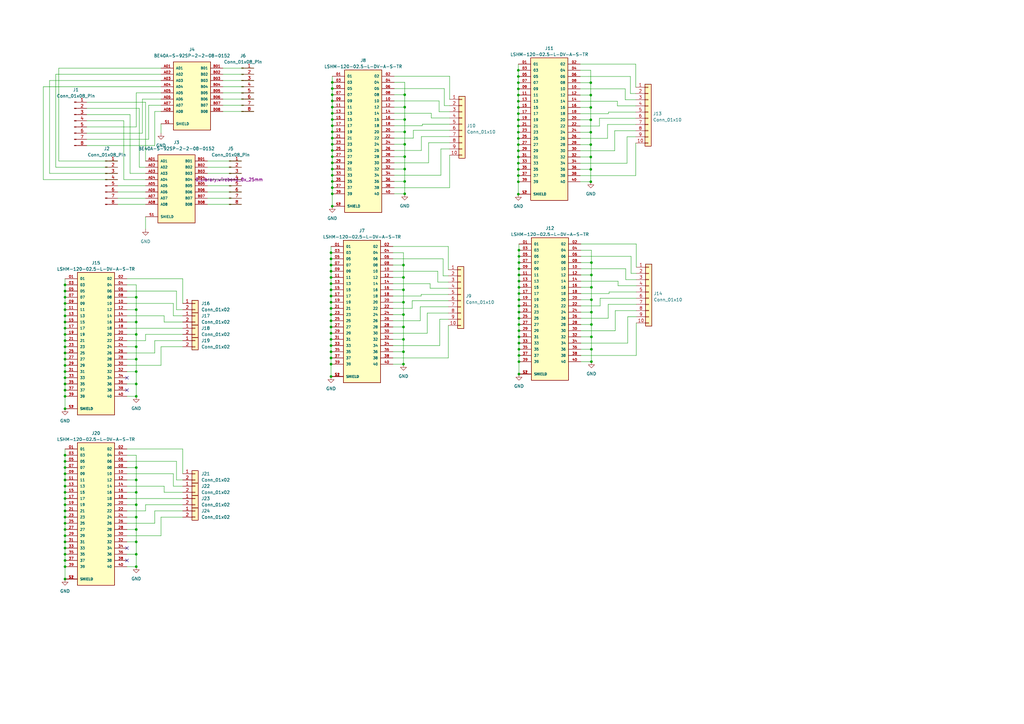
<source format=kicad_sch>
(kicad_sch (version 20230121) (generator eeschema)
  (paper "A3")
  (lib_symbols
    (symbol "0_igloo30_sym_lib:LSHM-120-02.5-L-DV-A-S-TR" (pin_names (offset 1.016))
      (property "Reference" "J" (at -7.62 28.702 0))
      (property "Value" "LSHM-120-02.5-L-DV-A-S-TR" (at -7.62 -33.02 0))
      (symbol "LSHM-120-02.5-L-DV-A-S-TR_0_0"
        (rectangle (start -7.62 -30.48) (end 7.62 27.94) (stroke (width 0.254)) (fill (type background)))
        (pin passive line (at -12.7 25.4 0) (length 5.08) (name "01") (number "01"))
        (pin passive line (at 12.7 25.4 180) (length 5.08) (name "02") (number "02"))
        (pin passive line (at -12.7 22.86 0) (length 5.08) (name "03") (number "03"))
        (pin passive line (at 12.7 22.86 180) (length 5.08) (name "04") (number "04"))
        (pin passive line (at -12.7 20.32 0) (length 5.08) (name "05") (number "05"))
        (pin passive line (at 12.7 20.32 180) (length 5.08) (name "06") (number "06"))
        (pin passive line (at -12.7 17.78 0) (length 5.08) (name "07") (number "07"))
        (pin passive line (at 12.7 17.78 180) (length 5.08) (name "08") (number "08"))
        (pin passive line (at -12.7 15.24 0) (length 5.08) (name "09") (number "09"))
        (pin passive line (at 12.7 15.24 180) (length 5.08) (name "10") (number "10"))
        (pin passive line (at -12.7 12.7 0) (length 5.08) (name "11") (number "11"))
        (pin passive line (at 12.7 12.7 180) (length 5.08) (name "12") (number "12"))
        (pin passive line (at -12.7 10.16 0) (length 5.08) (name "13") (number "13"))
        (pin passive line (at 12.7 10.16 180) (length 5.08) (name "14") (number "14"))
        (pin passive line (at -12.7 7.62 0) (length 5.08) (name "15") (number "15"))
        (pin passive line (at 12.7 7.62 180) (length 5.08) (name "16") (number "16"))
        (pin passive line (at -12.7 5.08 0) (length 5.08) (name "17") (number "17"))
        (pin passive line (at 12.7 5.08 180) (length 5.08) (name "18") (number "18"))
        (pin passive line (at -12.7 2.54 0) (length 5.08) (name "19") (number "19"))
        (pin passive line (at 12.7 2.54 180) (length 5.08) (name "20") (number "20"))
        (pin passive line (at -12.7 0 0) (length 5.08) (name "21") (number "21"))
        (pin passive line (at 12.7 0 180) (length 5.08) (name "22") (number "22"))
        (pin passive line (at -12.7 -2.54 0) (length 5.08) (name "23") (number "23"))
        (pin passive line (at 12.7 -2.54 180) (length 5.08) (name "24") (number "24"))
        (pin passive line (at -12.7 -5.08 0) (length 5.08) (name "25") (number "25"))
        (pin passive line (at 12.7 -5.08 180) (length 5.08) (name "26") (number "26"))
        (pin passive line (at -12.7 -7.62 0) (length 5.08) (name "27") (number "27"))
        (pin passive line (at 12.7 -7.62 180) (length 5.08) (name "28") (number "28"))
        (pin passive line (at -12.7 -10.16 0) (length 5.08) (name "29") (number "29"))
        (pin passive line (at 12.7 -10.16 180) (length 5.08) (name "30") (number "30"))
        (pin passive line (at -12.7 -12.7 0) (length 5.08) (name "31") (number "31"))
        (pin passive line (at 12.7 -12.7 180) (length 5.08) (name "32") (number "32"))
        (pin passive line (at -12.7 -15.24 0) (length 5.08) (name "33") (number "33"))
        (pin passive line (at 12.7 -15.24 180) (length 5.08) (name "34") (number "34"))
        (pin passive line (at -12.7 -17.78 0) (length 5.08) (name "35") (number "35"))
        (pin passive line (at 12.7 -17.78 180) (length 5.08) (name "36") (number "36"))
        (pin passive line (at -12.7 -20.32 0) (length 5.08) (name "37") (number "37"))
        (pin passive line (at 12.7 -20.32 180) (length 5.08) (name "38") (number "38"))
        (pin passive line (at -12.7 -22.86 0) (length 5.08) (name "39") (number "39"))
        (pin passive line (at 12.7 -22.86 180) (length 5.08) (name "40") (number "40"))
        (pin passive line (at -12.7 -27.94 0) (length 5.08) (name "SHIELD") (number "S1"))
        (pin passive line (at -12.7 -27.94 0) (length 5.08) (name "SHIELD") (number "S2"))
      )
    )
    (symbol "Connector:Conn_01x08_Pin" (pin_names (offset 1.016) hide)
      (property "Reference" "J" (at 0 10.16 0))
      (property "Value" "Conn_01x08_Pin" (at 0 -12.7 0))
      (symbol "Conn_01x08_Pin_1_1"
        (polyline (pts (xy 1.27 -10.16) (xy 0.8636 -10.16)) (stroke (width 0.1524)))
        (polyline (pts (xy 1.27 -7.62) (xy 0.8636 -7.62)) (stroke (width 0.1524)))
        (polyline (pts (xy 1.27 -5.08) (xy 0.8636 -5.08)) (stroke (width 0.1524)))
        (polyline (pts (xy 1.27 -2.54) (xy 0.8636 -2.54)) (stroke (width 0.1524)))
        (polyline (pts (xy 1.27 0) (xy 0.8636 0)) (stroke (width 0.1524)))
        (polyline (pts (xy 1.27 2.54) (xy 0.8636 2.54)) (stroke (width 0.1524)))
        (polyline (pts (xy 1.27 5.08) (xy 0.8636 5.08)) (stroke (width 0.1524)))
        (polyline (pts (xy 1.27 7.62) (xy 0.8636 7.62)) (stroke (width 0.1524)))
        (rectangle (start 0.8636 -10.033) (end 0 -10.287) (stroke (width 0.1524)) (fill (type outline)))
        (rectangle (start 0.8636 -7.493) (end 0 -7.747) (stroke (width 0.1524)) (fill (type outline)))
        (rectangle (start 0.8636 -4.953) (end 0 -5.207) (stroke (width 0.1524)) (fill (type outline)))
        (rectangle (start 0.8636 -2.413) (end 0 -2.667) (stroke (width 0.1524)) (fill (type outline)))
        (rectangle (start 0.8636 0.127) (end 0 -0.127) (stroke (width 0.1524)) (fill (type outline)))
        (rectangle (start 0.8636 2.667) (end 0 2.413) (stroke (width 0.1524)) (fill (type outline)))
        (rectangle (start 0.8636 5.207) (end 0 4.953) (stroke (width 0.1524)) (fill (type outline)))
        (rectangle (start 0.8636 7.747) (end 0 7.493) (stroke (width 0.1524)) (fill (type outline)))
        (pin passive line (at 5.08 7.62 180) (length 3.81) (name "Pin_1") (number "1"))
        (pin passive line (at 5.08 5.08 180) (length 3.81) (name "Pin_2") (number "2"))
        (pin passive line (at 5.08 2.54 180) (length 3.81) (name "Pin_3") (number "3"))
        (pin passive line (at 5.08 0 180) (length 3.81) (name "Pin_4") (number "4"))
        (pin passive line (at 5.08 -2.54 180) (length 3.81) (name "Pin_5") (number "5"))
        (pin passive line (at 5.08 -5.08 180) (length 3.81) (name "Pin_6") (number "6"))
        (pin passive line (at 5.08 -7.62 180) (length 3.81) (name "Pin_7") (number "7"))
        (pin passive line (at 5.08 -10.16 180) (length 3.81) (name "Pin_8") (number "8"))
      )
    )
    (symbol "Connector_Generic:Conn_01x02" (pin_names (offset 1.016) hide)
      (property "Reference" "J" (at 0 2.54 0))
      (property "Value" "Conn_01x02" (at 0 -5.08 0))
      (symbol "Conn_01x02_1_1"
        (rectangle (start -1.27 -2.413) (end 0 -2.667) (stroke (width 0.1524)))
        (rectangle (start -1.27 0.127) (end 0 -0.127) (stroke (width 0.1524)))
        (rectangle (start -1.27 1.27) (end 1.27 -3.81) (stroke (width 0.254)) (fill (type background)))
        (pin passive line (at -5.08 0 0) (length 3.81) (name "Pin_1") (number "1"))
        (pin passive line (at -5.08 -2.54 0) (length 3.81) (name "Pin_2") (number "2"))
      )
    )
    (symbol "Connector_Generic:Conn_01x10" (pin_names (offset 1.016) hide)
      (property "Reference" "J" (at 0 12.7 0))
      (property "Value" "Conn_01x10" (at 0 -15.24 0))
      (symbol "Conn_01x10_1_1"
        (rectangle (start -1.27 -12.573) (end 0 -12.827) (stroke (width 0.1524)))
        (rectangle (start -1.27 -10.033) (end 0 -10.287) (stroke (width 0.1524)))
        (rectangle (start -1.27 -7.493) (end 0 -7.747) (stroke (width 0.1524)))
        (rectangle (start -1.27 -4.953) (end 0 -5.207) (stroke (width 0.1524)))
        (rectangle (start -1.27 -2.413) (end 0 -2.667) (stroke (width 0.1524)))
        (rectangle (start -1.27 0.127) (end 0 -0.127) (stroke (width 0.1524)))
        (rectangle (start -1.27 2.667) (end 0 2.413) (stroke (width 0.1524)))
        (rectangle (start -1.27 5.207) (end 0 4.953) (stroke (width 0.1524)))
        (rectangle (start -1.27 7.747) (end 0 7.493) (stroke (width 0.1524)))
        (rectangle (start -1.27 10.287) (end 0 10.033) (stroke (width 0.1524)))
        (rectangle (start -1.27 11.43) (end 1.27 -13.97) (stroke (width 0.254)) (fill (type background)))
        (pin passive line (at -5.08 10.16 0) (length 3.81) (name "Pin_1") (number "1"))
        (pin passive line (at -5.08 -12.7 0) (length 3.81) (name "Pin_10") (number "10"))
        (pin passive line (at -5.08 7.62 0) (length 3.81) (name "Pin_2") (number "2"))
        (pin passive line (at -5.08 5.08 0) (length 3.81) (name "Pin_3") (number "3"))
        (pin passive line (at -5.08 2.54 0) (length 3.81) (name "Pin_4") (number "4"))
        (pin passive line (at -5.08 0 0) (length 3.81) (name "Pin_5") (number "5"))
        (pin passive line (at -5.08 -2.54 0) (length 3.81) (name "Pin_6") (number "6"))
        (pin passive line (at -5.08 -5.08 0) (length 3.81) (name "Pin_7") (number "7"))
        (pin passive line (at -5.08 -7.62 0) (length 3.81) (name "Pin_8") (number "8"))
        (pin passive line (at -5.08 -10.16 0) (length 3.81) (name "Pin_9") (number "9"))
      )
    )
    (symbol "power:GND" (power) (pin_names (offset 0))
      (property "Value" "GND" (at 0 -3.81 0))
      (symbol "GND_0_1"
        (polyline (pts (xy 0 0) (xy 0 -1.27) (xy 1.27 -1.27) (xy 0 -2.54) (xy -1.27 -1.27) (xy 0 -1.27)))
      )
      (symbol "GND_1_1"
        (pin power_in line (at 0 0 270) (length 0) hide (name "GND") (number "1"))
      )
    )
    (symbol "project-symbols2:BE40A-S-92SP-2-2-08-0152" (pin_names (offset 1.016))
      (property "Reference" "J" (at -7.62 13.462 0))
      (property "Value" "BE40A-S-92SP-2-2-08-0152" (at -7.62 -17.78 0))
      (symbol "BE40A-S-92SP-2-2-08-0152_0_0"
        (rectangle (start -7.62 -15.24) (end 7.62 12.7) (stroke (width 0.254)) (fill (type background)))
        (pin passive line (at -12.7 10.16 0) (length 5.08) (name "A01") (number "A01"))
        (pin passive line (at -12.7 7.62 0) (length 5.08) (name "A02") (number "A02"))
        (pin passive line (at -12.7 5.08 0) (length 5.08) (name "A03") (number "A03"))
        (pin passive line (at -12.7 2.54 0) (length 5.08) (name "A04") (number "A04"))
        (pin passive line (at -12.7 0 0) (length 5.08) (name "A05") (number "A05"))
        (pin passive line (at -12.7 -2.54 0) (length 5.08) (name "A06") (number "A06"))
        (pin passive line (at -12.7 -5.08 0) (length 5.08) (name "A07") (number "A07"))
        (pin passive line (at -12.7 -7.62 0) (length 5.08) (name "A08") (number "A08"))
        (pin passive line (at 12.7 10.16 180) (length 5.08) (name "B01") (number "B01"))
        (pin passive line (at 12.7 7.62 180) (length 5.08) (name "B02") (number "B02"))
        (pin passive line (at 12.7 5.08 180) (length 5.08) (name "B03") (number "B03"))
        (pin passive line (at 12.7 2.54 180) (length 5.08) (name "B04") (number "B04"))
        (pin passive line (at 12.7 0 180) (length 5.08) (name "B05") (number "B05"))
        (pin passive line (at 12.7 -2.54 180) (length 5.08) (name "B06") (number "B06"))
        (pin passive line (at 12.7 -5.08 180) (length 5.08) (name "B07") (number "B07"))
        (pin passive line (at 12.7 -7.62 180) (length 5.08) (name "B08") (number "B08"))
        (pin passive line (at -12.7 -12.7 0) (length 5.08) (name "SHIELD") (number "S1"))
      )
    )
  )
  (junction (at 135.763 144.272))
  (junction (at 55.88 207.01))
  (junction (at 212.598 49.149))
  (junction (at 55.88 212.09))
  (junction (at 26.67 219.71))
  (junction (at 165.481 149.352))
  (junction (at 212.852 115.316))
  (junction (at 212.852 133.096))
  (junction (at 136.271 41.402))
  (junction (at 136.271 43.942))
  (junction (at 26.67 139.7))
  (junction (at 136.271 54.102))
  (junction (at 212.598 74.549))
  (junction (at 26.67 167.64))
  (junction (at 136.271 66.802))
  (junction (at 135.763 121.412))
  (junction (at 212.852 138.176))
  (junction (at 165.481 108.712))
  (junction (at 242.57 122.936))
  (junction (at 135.763 134.112))
  (junction (at 212.852 130.556))
  (junction (at 26.67 199.39))
  (junction (at 165.989 69.342))
  (junction (at 26.67 194.31))
  (junction (at 136.271 71.882))
  (junction (at 55.88 217.17))
  (junction (at 242.316 69.469))
  (junction (at 212.598 61.849))
  (junction (at 136.271 84.582))
  (junction (at 165.481 118.872))
  (junction (at 26.67 224.79))
  (junction (at 212.852 110.236))
  (junction (at 136.271 33.782))
  (junction (at 165.989 64.262))
  (junction (at 136.271 59.182))
  (junction (at 136.271 49.022))
  (junction (at 26.67 212.09))
  (junction (at 135.763 126.492))
  (junction (at 55.88 132.08))
  (junction (at 26.67 147.32))
  (junction (at 212.598 79.629))
  (junction (at 165.989 59.182))
  (junction (at 212.598 31.369))
  (junction (at 135.763 123.952))
  (junction (at 135.763 118.872))
  (junction (at 242.316 44.069))
  (junction (at 136.271 76.962))
  (junction (at 55.88 157.48))
  (junction (at 136.271 74.422))
  (junction (at 136.271 64.262))
  (junction (at 135.763 141.732))
  (junction (at 135.763 113.792))
  (junction (at 26.67 162.56))
  (junction (at 136.271 51.562))
  (junction (at 212.598 64.389))
  (junction (at 26.67 129.54))
  (junction (at 136.271 36.322))
  (junction (at 212.852 112.776))
  (junction (at 242.316 49.149))
  (junction (at 55.88 162.56))
  (junction (at 26.67 137.16))
  (junction (at 135.763 111.252))
  (junction (at 135.763 116.332))
  (junction (at 135.763 136.652))
  (junction (at 212.598 66.929))
  (junction (at 26.67 232.41))
  (junction (at 26.67 209.55))
  (junction (at 26.67 132.08))
  (junction (at 55.88 227.33))
  (junction (at 55.88 142.24))
  (junction (at 212.852 120.396))
  (junction (at 242.57 138.176))
  (junction (at 242.57 112.776))
  (junction (at 135.763 131.572))
  (junction (at 212.598 38.989))
  (junction (at 136.271 56.642))
  (junction (at 165.481 134.112))
  (junction (at 212.852 107.696))
  (junction (at 242.57 133.096))
  (junction (at 165.989 54.102))
  (junction (at 212.598 72.009))
  (junction (at 165.989 38.862))
  (junction (at 26.67 196.85))
  (junction (at 55.88 232.41))
  (junction (at 212.598 59.309))
  (junction (at 212.852 145.796))
  (junction (at 165.481 123.952))
  (junction (at 26.67 160.02))
  (junction (at 136.271 61.722))
  (junction (at 135.763 146.812))
  (junction (at 55.88 127))
  (junction (at 165.481 113.792))
  (junction (at 212.598 46.609))
  (junction (at 55.88 137.16))
  (junction (at 136.271 69.342))
  (junction (at 26.67 229.87))
  (junction (at 55.88 222.25))
  (junction (at 242.57 107.696))
  (junction (at 212.598 44.069))
  (junction (at 212.598 28.829))
  (junction (at 26.67 237.49))
  (junction (at 135.763 103.632))
  (junction (at 26.67 154.94))
  (junction (at 55.88 191.77))
  (junction (at 136.271 38.862))
  (junction (at 26.67 134.62))
  (junction (at 242.57 117.856))
  (junction (at 212.852 117.856))
  (junction (at 26.67 142.24))
  (junction (at 26.67 201.93))
  (junction (at 212.852 135.636))
  (junction (at 136.271 46.482))
  (junction (at 212.598 33.909))
  (junction (at 165.989 43.942))
  (junction (at 212.852 153.416))
  (junction (at 212.598 56.769))
  (junction (at 26.67 227.33))
  (junction (at 26.67 127))
  (junction (at 26.67 204.47))
  (junction (at 242.57 128.016))
  (junction (at 242.316 74.549))
  (junction (at 212.852 148.336))
  (junction (at 242.316 33.909))
  (junction (at 26.67 116.84))
  (junction (at 26.67 217.17))
  (junction (at 212.852 122.936))
  (junction (at 26.67 207.01))
  (junction (at 242.316 38.989))
  (junction (at 242.316 59.309))
  (junction (at 26.67 144.78))
  (junction (at 26.67 222.25))
  (junction (at 136.271 79.502))
  (junction (at 212.598 51.689))
  (junction (at 135.763 139.192))
  (junction (at 212.852 143.256))
  (junction (at 212.852 125.476))
  (junction (at 55.88 196.85))
  (junction (at 55.88 121.92))
  (junction (at 165.989 74.422))
  (junction (at 26.67 191.77))
  (junction (at 135.763 149.352))
  (junction (at 26.67 157.48))
  (junction (at 135.763 108.712))
  (junction (at 212.852 102.616))
  (junction (at 135.763 129.032))
  (junction (at 26.67 124.46))
  (junction (at 165.989 79.502))
  (junction (at 212.598 36.449))
  (junction (at 242.57 143.256))
  (junction (at 165.481 129.032))
  (junction (at 242.57 148.336))
  (junction (at 242.316 54.229))
  (junction (at 135.763 154.432))
  (junction (at 26.67 149.86))
  (junction (at 212.598 69.469))
  (junction (at 135.763 106.172))
  (junction (at 165.989 49.022))
  (junction (at 55.88 152.4))
  (junction (at 165.481 144.272))
  (junction (at 212.598 54.229))
  (junction (at 212.852 128.016))
  (junction (at 26.67 214.63))
  (junction (at 26.67 119.38))
  (junction (at 26.67 152.4))
  (junction (at 212.852 140.716))
  (junction (at 165.481 139.192))
  (junction (at 55.88 147.32))
  (junction (at 55.88 201.93))
  (junction (at 212.852 105.156))
  (junction (at 26.67 186.69))
  (junction (at 26.67 189.23))
  (junction (at 212.598 41.529))
  (junction (at 242.316 64.389))
  (junction (at 26.67 121.92))
  (no_connect (at 52.07 229.87))
  (no_connect (at 52.07 160.02))
  (no_connect (at 52.07 224.79))
  (no_connect (at 52.07 154.94))
  (wire (pts (xy 26.67 227.33) (xy 26.67 229.87)))
  (wire (pts (xy 58.42 54.61) (xy 58.42 40.64)))
  (wire (pts (xy 48.26 71.12) (xy 20.32 71.12)))
  (wire (pts (xy 242.57 122.936) (xy 242.57 128.016)))
  (wire (pts (xy 26.67 186.69) (xy 26.67 189.23)))
  (wire (pts (xy 52.07 191.77) (xy 55.88 191.77)))
  (wire (pts (xy 52.07 127) (xy 55.88 127)))
  (wire (pts (xy 161.671 66.802) (xy 175.768 66.802)))
  (wire (pts (xy 52.07 189.23) (xy 72.39 189.23)))
  (wire (pts (xy 180.34 130.937) (xy 183.896 130.937)))
  (wire (pts (xy 55.88 207.01) (xy 55.88 212.09)))
  (wire (pts (xy 71.12 194.31) (xy 71.12 199.39)))
  (wire (pts (xy 136.271 38.862) (xy 136.271 41.402)))
  (wire (pts (xy 238.252 117.856) (xy 242.57 117.856)))
  (wire (pts (xy 212.598 59.309) (xy 212.598 61.849)))
  (wire (pts (xy 135.763 116.332) (xy 135.763 118.872)))
  (wire (pts (xy 26.67 219.71) (xy 26.67 222.25)))
  (wire (pts (xy 237.998 38.989) (xy 242.316 38.989)))
  (wire (pts (xy 238.252 122.936) (xy 242.57 122.936)))
  (wire (pts (xy 52.07 201.93) (xy 55.88 201.93)))
  (wire (pts (xy 74.93 114.3) (xy 74.93 124.46)))
  (wire (pts (xy 237.998 54.229) (xy 242.316 54.229)))
  (wire (pts (xy 212.852 143.256) (xy 212.852 145.796)))
  (wire (pts (xy 91.44 38.1) (xy 104.14 38.1)))
  (wire (pts (xy 26.67 229.87) (xy 26.67 232.41)))
  (wire (pts (xy 212.852 112.776) (xy 212.852 115.316)))
  (wire (pts (xy 91.44 45.72) (xy 104.14 45.72)))
  (wire (pts (xy 257.429 140.716) (xy 257.429 129.921)))
  (wire (pts (xy 52.07 142.24) (xy 55.88 142.24)))
  (wire (pts (xy 55.88 147.32) (xy 55.88 152.4)))
  (wire (pts (xy 26.67 119.38) (xy 26.67 121.92)))
  (wire (pts (xy 253.238 43.434) (xy 260.731 43.434)))
  (wire (pts (xy 55.88 201.93) (xy 55.88 207.01)))
  (wire (pts (xy 237.998 66.929) (xy 257.175 66.929)))
  (wire (pts (xy 85.09 68.58) (xy 99.06 68.58)))
  (wire (pts (xy 55.88 212.09) (xy 55.88 217.17)))
  (wire (pts (xy 169.037 123.317) (xy 183.896 123.317)))
  (wire (pts (xy 237.998 26.289) (xy 260.731 26.289)))
  (wire (pts (xy 257.175 66.929) (xy 257.175 56.134)))
  (wire (pts (xy 67.31 201.93) (xy 74.93 201.93)))
  (wire (pts (xy 242.316 28.829) (xy 242.316 33.909)))
  (wire (pts (xy 52.07 121.92) (xy 55.88 121.92)))
  (wire (pts (xy 24.13 66.04) (xy 48.26 66.04)))
  (wire (pts (xy 179.578 111.252) (xy 179.578 115.697)))
  (wire (pts (xy 181.737 113.157) (xy 183.896 113.157)))
  (wire (pts (xy 258.826 112.141) (xy 260.985 112.141)))
  (wire (pts (xy 161.671 64.262) (xy 165.989 64.262)))
  (wire (pts (xy 161.163 141.732) (xy 180.34 141.732)))
  (wire (pts (xy 249.428 130.556) (xy 249.428 124.841)))
  (wire (pts (xy 249.555 45.974) (xy 260.731 45.974)))
  (wire (pts (xy 212.598 33.909) (xy 212.598 36.449)))
  (wire (pts (xy 238.252 100.076) (xy 260.985 100.076)))
  (wire (pts (xy 260.731 72.009) (xy 260.731 58.674)))
  (wire (pts (xy 161.671 36.322) (xy 182.245 36.322)))
  (wire (pts (xy 52.07 137.16) (xy 55.88 137.16)))
  (wire (pts (xy 48.26 78.74) (xy 59.69 78.74)))
  (wire (pts (xy 165.989 79.502) (xy 161.671 79.502)))
  (wire (pts (xy 136.271 46.482) (xy 136.271 49.022)))
  (wire (pts (xy 26.67 154.94) (xy 26.67 157.48)))
  (wire (pts (xy 256.413 36.449) (xy 256.413 40.894)))
  (wire (pts (xy 26.67 114.3) (xy 26.67 116.84)))
  (wire (pts (xy 52.07 119.38) (xy 72.39 119.38)))
  (wire (pts (xy 161.671 31.242) (xy 184.404 31.242)))
  (wire (pts (xy 253.492 115.316) (xy 253.492 117.221)))
  (wire (pts (xy 212.598 44.069) (xy 212.598 46.609)))
  (wire (pts (xy 212.852 128.016) (xy 212.852 130.556)))
  (wire (pts (xy 66.04 38.1) (xy 55.88 38.1)))
  (wire (pts (xy 52.07 227.33) (xy 55.88 227.33)))
  (wire (pts (xy 161.163 146.812) (xy 183.896 146.812)))
  (wire (pts (xy 238.252 143.256) (xy 242.57 143.256)))
  (wire (pts (xy 55.88 52.07) (xy 35.56 52.07)))
  (wire (pts (xy 48.26 83.82) (xy 59.69 83.82)))
  (wire (pts (xy 252.349 135.636) (xy 252.349 127.381)))
  (wire (pts (xy 26.67 207.01) (xy 26.67 209.55)))
  (wire (pts (xy 238.252 133.096) (xy 242.57 133.096)))
  (wire (pts (xy 136.271 66.802) (xy 136.271 69.342)))
  (wire (pts (xy 66.04 27.94) (xy 24.13 27.94)))
  (wire (pts (xy 212.598 56.769) (xy 212.598 59.309)))
  (wire (pts (xy 60.96 57.15) (xy 35.56 57.15)))
  (wire (pts (xy 161.163 126.492) (xy 169.037 126.492)))
  (wire (pts (xy 161.671 71.882) (xy 180.848 71.882)))
  (wire (pts (xy 55.88 127) (xy 55.88 132.08)))
  (wire (pts (xy 237.998 49.149) (xy 242.316 49.149)))
  (wire (pts (xy 67.31 129.54) (xy 67.31 132.08)))
  (wire (pts (xy 74.93 184.15) (xy 74.93 194.31)))
  (wire (pts (xy 249.174 51.054) (xy 260.731 51.054)))
  (wire (pts (xy 55.88 157.48) (xy 55.88 162.56)))
  (wire (pts (xy 182.245 43.307) (xy 184.404 43.307)))
  (wire (pts (xy 256.667 114.681) (xy 260.985 114.681)))
  (wire (pts (xy 52.07 212.09) (xy 55.88 212.09)))
  (wire (pts (xy 173.228 51.562) (xy 173.228 50.927)))
  (wire (pts (xy 161.671 69.342) (xy 165.989 69.342)))
  (wire (pts (xy 165.481 144.272) (xy 165.481 149.352)))
  (wire (pts (xy 252.095 53.594) (xy 260.731 53.594)))
  (wire (pts (xy 135.763 136.652) (xy 135.763 139.192)))
  (wire (pts (xy 59.69 71.12) (xy 53.34 71.12)))
  (wire (pts (xy 246.126 125.476) (xy 246.126 122.301)))
  (wire (pts (xy 161.163 139.192) (xy 165.481 139.192)))
  (wire (pts (xy 52.07 194.31) (xy 71.12 194.31)))
  (wire (pts (xy 165.989 49.022) (xy 165.989 54.102)))
  (wire (pts (xy 165.481 129.032) (xy 165.481 134.112)))
  (wire (pts (xy 52.07 157.48) (xy 55.88 157.48)))
  (wire (pts (xy 161.671 76.962) (xy 184.404 76.962)))
  (wire (pts (xy 161.163 101.092) (xy 183.896 101.092)))
  (wire (pts (xy 161.163 129.032) (xy 165.481 129.032)))
  (wire (pts (xy 35.56 54.61) (xy 58.42 54.61)))
  (wire (pts (xy 237.998 41.529) (xy 253.238 41.529)))
  (wire (pts (xy 17.78 73.66) (xy 17.78 35.56)))
  (wire (pts (xy 48.26 76.2) (xy 59.69 76.2)))
  (wire (pts (xy 212.598 28.829) (xy 212.598 31.369)))
  (wire (pts (xy 161.671 46.482) (xy 176.911 46.482)))
  (wire (pts (xy 165.989 59.182) (xy 165.989 64.262)))
  (wire (pts (xy 212.852 117.856) (xy 212.852 120.396)))
  (wire (pts (xy 66.04 212.09) (xy 74.93 212.09)))
  (wire (pts (xy 176.911 48.387) (xy 184.404 48.387)))
  (wire (pts (xy 165.481 113.792) (xy 165.481 118.872)))
  (wire (pts (xy 85.09 78.74) (xy 99.06 78.74)))
  (wire (pts (xy 136.271 33.782) (xy 136.271 36.322)))
  (wire (pts (xy 91.44 43.18) (xy 104.14 43.18)))
  (wire (pts (xy 52.07 129.54) (xy 67.31 129.54)))
  (wire (pts (xy 212.598 64.389) (xy 212.598 66.929)))
  (wire (pts (xy 238.252 140.716) (xy 257.429 140.716)))
  (wire (pts (xy 161.163 116.332) (xy 176.403 116.332)))
  (wire (pts (xy 212.598 49.149) (xy 212.598 51.689)))
  (wire (pts (xy 85.09 76.2) (xy 99.06 76.2)))
  (wire (pts (xy 165.481 103.632) (xy 165.481 108.712)))
  (wire (pts (xy 242.57 117.856) (xy 242.57 122.936)))
  (wire (pts (xy 161.671 41.402) (xy 180.086 41.402)))
  (wire (pts (xy 212.852 105.156) (xy 212.852 107.696)))
  (wire (pts (xy 48.26 81.28) (xy 59.69 81.28)))
  (wire (pts (xy 135.763 113.792) (xy 135.763 116.332)))
  (wire (pts (xy 249.555 46.609) (xy 249.555 45.974)))
  (wire (pts (xy 161.671 61.722) (xy 172.847 61.722)))
  (wire (pts (xy 59.69 207.01) (xy 74.93 207.01)))
  (wire (pts (xy 175.768 58.547) (xy 184.404 58.547)))
  (wire (pts (xy 212.852 133.096) (xy 212.852 135.636)))
  (wire (pts (xy 252.349 127.381) (xy 260.985 127.381)))
  (wire (pts (xy 55.88 232.41) (xy 52.07 232.41)))
  (wire (pts (xy 237.998 72.009) (xy 260.731 72.009)))
  (wire (pts (xy 63.5 59.69) (xy 63.5 45.72)))
  (wire (pts (xy 136.271 41.402) (xy 136.271 43.942)))
  (wire (pts (xy 260.985 100.076) (xy 260.985 109.601)))
  (wire (pts (xy 136.271 61.722) (xy 136.271 64.262)))
  (wire (pts (xy 212.598 38.989) (xy 212.598 41.529)))
  (wire (pts (xy 212.598 46.609) (xy 212.598 49.149)))
  (wire (pts (xy 26.67 157.48) (xy 26.67 160.02)))
  (wire (pts (xy 26.67 222.25) (xy 26.67 224.79)))
  (wire (pts (xy 249.174 56.769) (xy 249.174 51.054)))
  (wire (pts (xy 242.57 143.256) (xy 242.57 148.336)))
  (wire (pts (xy 55.88 116.84) (xy 55.88 121.92)))
  (wire (pts (xy 161.163 131.572) (xy 172.339 131.572)))
  (wire (pts (xy 66.04 43.18) (xy 60.96 43.18)))
  (wire (pts (xy 55.88 191.77) (xy 55.88 196.85)))
  (wire (pts (xy 52.07 114.3) (xy 74.93 114.3)))
  (wire (pts (xy 161.671 51.562) (xy 173.228 51.562)))
  (wire (pts (xy 172.339 125.857) (xy 183.896 125.857)))
  (wire (pts (xy 258.572 31.369) (xy 258.572 38.354)))
  (wire (pts (xy 55.88 186.69) (xy 55.88 191.77)))
  (wire (pts (xy 72.39 196.85) (xy 74.93 196.85)))
  (wire (pts (xy 176.911 46.482) (xy 176.911 48.387)))
  (wire (pts (xy 136.271 56.642) (xy 136.271 59.182)))
  (wire (pts (xy 212.852 145.796) (xy 212.852 148.336)))
  (wire (pts (xy 161.671 59.182) (xy 165.989 59.182)))
  (wire (pts (xy 52.07 144.78) (xy 63.5 144.78)))
  (wire (pts (xy 212.852 100.076) (xy 212.852 102.616)))
  (wire (pts (xy 237.998 44.069) (xy 242.316 44.069)))
  (wire (pts (xy 165.481 134.112) (xy 165.481 139.192)))
  (wire (pts (xy 53.34 71.12) (xy 53.34 46.99)))
  (wire (pts (xy 52.07 217.17) (xy 55.88 217.17)))
  (wire (pts (xy 212.852 115.316) (xy 212.852 117.856)))
  (wire (pts (xy 237.998 51.689) (xy 245.872 51.689)))
  (wire (pts (xy 161.671 74.422) (xy 165.989 74.422)))
  (wire (pts (xy 238.252 145.796) (xy 260.985 145.796)))
  (wire (pts (xy 85.09 83.82) (xy 99.06 83.82)))
  (wire (pts (xy 136.271 54.102) (xy 136.271 56.642)))
  (wire (pts (xy 242.57 112.776) (xy 242.57 117.856)))
  (wire (pts (xy 67.31 132.08) (xy 74.93 132.08)))
  (wire (pts (xy 50.8 73.66) (xy 50.8 49.53)))
  (wire (pts (xy 172.72 121.412) (xy 172.72 120.777)))
  (wire (pts (xy 52.07 196.85) (xy 55.88 196.85)))
  (wire (pts (xy 242.57 148.336) (xy 238.252 148.336)))
  (wire (pts (xy 136.271 64.262) (xy 136.271 66.802)))
  (wire (pts (xy 179.578 115.697) (xy 183.896 115.697)))
  (wire (pts (xy 55.88 196.85) (xy 55.88 201.93)))
  (wire (pts (xy 135.763 121.412) (xy 135.763 123.952)))
  (wire (pts (xy 67.31 199.39) (xy 67.31 201.93)))
  (wire (pts (xy 66.04 149.86) (xy 66.04 142.24)))
  (wire (pts (xy 165.989 69.342) (xy 165.989 74.422)))
  (wire (pts (xy 161.163 103.632) (xy 165.481 103.632)))
  (wire (pts (xy 135.763 111.252) (xy 135.763 113.792)))
  (wire (pts (xy 212.598 51.689) (xy 212.598 54.229)))
  (wire (pts (xy 52.07 214.63) (xy 63.5 214.63)))
  (wire (pts (xy 237.998 31.369) (xy 258.572 31.369)))
  (wire (pts (xy 161.671 56.642) (xy 169.545 56.642)))
  (wire (pts (xy 26.67 201.93) (xy 26.67 204.47)))
  (wire (pts (xy 52.07 149.86) (xy 66.04 149.86)))
  (wire (pts (xy 136.271 36.322) (xy 136.271 38.862)))
  (wire (pts (xy 63.5 139.7) (xy 74.93 139.7)))
  (wire (pts (xy 52.07 124.46) (xy 71.12 124.46)))
  (wire (pts (xy 161.163 111.252) (xy 179.578 111.252)))
  (wire (pts (xy 136.271 71.882) (xy 136.271 74.422)))
  (wire (pts (xy 66.04 142.24) (xy 74.93 142.24)))
  (wire (pts (xy 212.598 54.229) (xy 212.598 56.769)))
  (wire (pts (xy 180.34 141.732) (xy 180.34 130.937)))
  (wire (pts (xy 242.316 64.389) (xy 242.316 69.469)))
  (wire (pts (xy 169.037 126.492) (xy 169.037 123.317)))
  (wire (pts (xy 237.998 28.829) (xy 242.316 28.829)))
  (wire (pts (xy 245.872 48.514) (xy 260.731 48.514)))
  (wire (pts (xy 165.481 139.192) (xy 165.481 144.272)))
  (wire (pts (xy 55.88 38.1) (xy 55.88 52.07)))
  (wire (pts (xy 59.69 88.9) (xy 59.69 93.98)))
  (wire (pts (xy 161.163 108.712) (xy 165.481 108.712)))
  (wire (pts (xy 136.271 51.562) (xy 136.271 54.102)))
  (wire (pts (xy 60.96 43.18) (xy 60.96 57.15)))
  (wire (pts (xy 136.271 69.342) (xy 136.271 71.882)))
  (wire (pts (xy 212.598 74.549) (xy 212.598 79.629)))
  (wire (pts (xy 212.852 135.636) (xy 212.852 138.176)))
  (wire (pts (xy 183.896 101.092) (xy 183.896 110.617)))
  (wire (pts (xy 59.69 41.91) (xy 35.56 41.91)))
  (wire (pts (xy 136.271 74.422) (xy 136.271 76.962)))
  (wire (pts (xy 135.763 108.712) (xy 135.763 111.252)))
  (wire (pts (xy 260.985 145.796) (xy 260.985 132.461)))
  (wire (pts (xy 52.07 152.4) (xy 55.88 152.4)))
  (wire (pts (xy 91.44 35.56) (xy 104.14 35.56)))
  (wire (pts (xy 212.598 66.929) (xy 212.598 69.469)))
  (wire (pts (xy 249.428 124.841) (xy 260.985 124.841)))
  (wire (pts (xy 20.32 71.12) (xy 20.32 33.02)))
  (wire (pts (xy 182.245 36.322) (xy 182.245 43.307)))
  (wire (pts (xy 176.403 118.237) (xy 183.896 118.237)))
  (wire (pts (xy 59.69 137.16) (xy 74.93 137.16)))
  (wire (pts (xy 26.67 217.17) (xy 26.67 219.71)))
  (wire (pts (xy 238.252 130.556) (xy 249.428 130.556)))
  (wire (pts (xy 26.67 191.77) (xy 26.67 194.31)))
  (wire (pts (xy 161.163 106.172) (xy 181.737 106.172)))
  (wire (pts (xy 242.316 69.469) (xy 242.316 74.549)))
  (wire (pts (xy 52.07 184.15) (xy 74.93 184.15)))
  (wire (pts (xy 26.67 134.62) (xy 26.67 137.16)))
  (wire (pts (xy 26.67 189.23) (xy 26.67 191.77)))
  (wire (pts (xy 165.989 33.782) (xy 165.989 38.862)))
  (wire (pts (xy 242.316 49.149) (xy 242.316 54.229)))
  (wire (pts (xy 26.67 139.7) (xy 26.67 142.24)))
  (wire (pts (xy 136.271 59.182) (xy 136.271 61.722)))
  (wire (pts (xy 212.852 140.716) (xy 212.852 143.256)))
  (wire (pts (xy 212.598 36.449) (xy 212.598 38.989)))
  (wire (pts (xy 237.998 64.389) (xy 242.316 64.389)))
  (wire (pts (xy 161.163 113.792) (xy 165.481 113.792)))
  (wire (pts (xy 71.12 129.54) (xy 74.93 129.54)))
  (wire (pts (xy 257.175 56.134) (xy 260.731 56.134)))
  (wire (pts (xy 238.252 107.696) (xy 242.57 107.696)))
  (wire (pts (xy 91.44 27.94) (xy 104.14 27.94)))
  (wire (pts (xy 52.07 204.47) (xy 74.93 204.47)))
  (wire (pts (xy 212.852 122.936) (xy 212.852 125.476)))
  (wire (pts (xy 252.095 61.849) (xy 252.095 53.594)))
  (wire (pts (xy 26.67 224.79) (xy 26.67 227.33)))
  (wire (pts (xy 212.852 148.336) (xy 212.852 153.416)))
  (wire (pts (xy 26.67 199.39) (xy 26.67 201.93)))
  (wire (pts (xy 172.847 56.007) (xy 184.404 56.007)))
  (wire (pts (xy 253.238 41.529) (xy 253.238 43.434)))
  (wire (pts (xy 181.737 106.172) (xy 181.737 113.157)))
  (wire (pts (xy 22.86 30.48) (xy 66.04 30.48)))
  (wire (pts (xy 135.763 141.732) (xy 135.763 144.272)))
  (wire (pts (xy 85.09 73.66) (xy 99.06 73.66)))
  (wire (pts (xy 257.429 129.921) (xy 260.985 129.921)))
  (wire (pts (xy 136.271 43.942) (xy 136.271 46.482)))
  (wire (pts (xy 57.15 44.45) (xy 35.56 44.45)))
  (wire (pts (xy 237.998 69.469) (xy 242.316 69.469)))
  (wire (pts (xy 135.763 144.272) (xy 135.763 146.812)))
  (wire (pts (xy 180.086 45.847) (xy 184.404 45.847)))
  (wire (pts (xy 212.852 120.396) (xy 212.852 122.936)))
  (wire (pts (xy 242.316 74.549) (xy 237.998 74.549)))
  (wire (pts (xy 55.88 222.25) (xy 55.88 227.33)))
  (wire (pts (xy 59.69 209.55) (xy 59.69 207.01)))
  (wire (pts (xy 26.67 144.78) (xy 26.67 147.32)))
  (wire (pts (xy 26.67 127) (xy 26.67 129.54)))
  (wire (pts (xy 72.39 119.38) (xy 72.39 127)))
  (wire (pts (xy 242.57 138.176) (xy 242.57 143.256)))
  (wire (pts (xy 165.481 118.872) (xy 165.481 123.952)))
  (wire (pts (xy 136.271 79.502) (xy 136.271 84.582)))
  (wire (pts (xy 63.5 144.78) (xy 63.5 139.7)))
  (wire (pts (xy 26.67 121.92) (xy 26.67 124.46)))
  (wire (pts (xy 135.763 134.112) (xy 135.763 136.652)))
  (wire (pts (xy 238.252 115.316) (xy 253.492 115.316)))
  (wire (pts (xy 172.72 120.777) (xy 183.896 120.777)))
  (wire (pts (xy 85.09 66.04) (xy 99.06 66.04)))
  (wire (pts (xy 175.768 66.802) (xy 175.768 58.547)))
  (wire (pts (xy 66.04 219.71) (xy 66.04 212.09)))
  (wire (pts (xy 212.598 26.289) (xy 212.598 28.829)))
  (wire (pts (xy 135.763 146.812) (xy 135.763 149.352)))
  (wire (pts (xy 165.989 54.102) (xy 165.989 59.182)))
  (wire (pts (xy 59.69 66.04) (xy 59.69 41.91)))
  (wire (pts (xy 212.852 107.696) (xy 212.852 110.236)))
  (wire (pts (xy 55.88 152.4) (xy 55.88 157.48)))
  (wire (pts (xy 35.56 59.69) (xy 63.5 59.69)))
  (wire (pts (xy 176.403 116.332) (xy 176.403 118.237)))
  (wire (pts (xy 169.545 53.467) (xy 184.404 53.467)))
  (wire (pts (xy 237.998 33.909) (xy 242.316 33.909)))
  (wire (pts (xy 26.67 184.15) (xy 26.67 186.69)))
  (wire (pts (xy 242.316 38.989) (xy 242.316 44.069)))
  (wire (pts (xy 136.271 31.242) (xy 136.271 33.782)))
  (wire (pts (xy 24.13 27.94) (xy 24.13 66.04)))
  (wire (pts (xy 135.763 149.352) (xy 135.763 154.432)))
  (wire (pts (xy 52.07 199.39) (xy 67.31 199.39)))
  (wire (pts (xy 26.67 147.32) (xy 26.67 149.86)))
  (wire (pts (xy 26.67 149.86) (xy 26.67 152.4)))
  (wire (pts (xy 180.086 41.402) (xy 180.086 45.847)))
  (wire (pts (xy 71.12 199.39) (xy 74.93 199.39)))
  (wire (pts (xy 165.481 123.952) (xy 165.481 129.032)))
  (wire (pts (xy 26.67 124.46) (xy 26.67 127)))
  (wire (pts (xy 135.763 131.572) (xy 135.763 134.112)))
  (wire (pts (xy 212.598 31.369) (xy 212.598 33.909)))
  (wire (pts (xy 72.39 189.23) (xy 72.39 196.85)))
  (wire (pts (xy 237.998 56.769) (xy 249.174 56.769)))
  (wire (pts (xy 72.39 127) (xy 74.93 127)))
  (wire (pts (xy 242.316 54.229) (xy 242.316 59.309)))
  (wire (pts (xy 85.09 71.12) (xy 99.06 71.12)))
  (wire (pts (xy 237.998 36.449) (xy 256.413 36.449)))
  (wire (pts (xy 238.252 135.636) (xy 252.349 135.636)))
  (wire (pts (xy 175.26 136.652) (xy 175.26 128.397)))
  (wire (pts (xy 242.316 44.069) (xy 242.316 49.149)))
  (wire (pts (xy 135.763 106.172) (xy 135.763 108.712)))
  (wire (pts (xy 59.69 139.7) (xy 59.69 137.16)))
  (wire (pts (xy 175.26 128.397) (xy 183.896 128.397)))
  (wire (pts (xy 180.848 71.882) (xy 180.848 61.087)))
  (wire (pts (xy 237.998 61.849) (xy 252.095 61.849)))
  (wire (pts (xy 52.07 139.7) (xy 59.69 139.7)))
  (wire (pts (xy 52.07 147.32) (xy 55.88 147.32)))
  (wire (pts (xy 63.5 45.72) (xy 66.04 45.72)))
  (wire (pts (xy 242.57 107.696) (xy 242.57 112.776)))
  (wire (pts (xy 172.847 61.722) (xy 172.847 56.007)))
  (wire (pts (xy 212.852 110.236) (xy 212.852 112.776)))
  (wire (pts (xy 26.67 160.02) (xy 26.67 162.56)))
  (wire (pts (xy 161.163 121.412) (xy 172.72 121.412)))
  (wire (pts (xy 161.671 43.942) (xy 165.989 43.942)))
  (wire (pts (xy 238.252 105.156) (xy 258.826 105.156)))
  (wire (pts (xy 52.07 207.01) (xy 55.88 207.01)))
  (wire (pts (xy 161.163 123.952) (xy 165.481 123.952)))
  (wire (pts (xy 63.5 214.63) (xy 63.5 209.55)))
  (wire (pts (xy 165.989 43.942) (xy 165.989 49.022)))
  (wire (pts (xy 212.852 125.476) (xy 212.852 128.016)))
  (wire (pts (xy 52.07 209.55) (xy 59.69 209.55)))
  (wire (pts (xy 212.852 130.556) (xy 212.852 133.096)))
  (wire (pts (xy 55.88 132.08) (xy 55.88 137.16)))
  (wire (pts (xy 238.252 120.396) (xy 249.809 120.396)))
  (wire (pts (xy 55.88 142.24) (xy 55.88 147.32)))
  (wire (pts (xy 183.896 146.812) (xy 183.896 133.477)))
  (wire (pts (xy 161.163 136.652) (xy 175.26 136.652)))
  (wire (pts (xy 55.88 217.17) (xy 55.88 222.25)))
  (wire (pts (xy 169.545 56.642) (xy 169.545 53.467)))
  (wire (pts (xy 237.998 59.309) (xy 242.316 59.309)))
  (wire (pts (xy 59.69 68.58) (xy 57.15 68.58)))
  (wire (pts (xy 212.598 61.849) (xy 212.598 64.389)))
  (wire (pts (xy 91.44 33.02) (xy 104.14 33.02)))
  (wire (pts (xy 165.989 64.262) (xy 165.989 69.342)))
  (wire (pts (xy 238.252 128.016) (xy 242.57 128.016)))
  (wire (pts (xy 26.67 232.41) (xy 26.67 237.49)))
  (wire (pts (xy 184.404 31.242) (xy 184.404 40.767)))
  (wire (pts (xy 135.763 101.092) (xy 135.763 103.632)))
  (wire (pts (xy 212.852 102.616) (xy 212.852 105.156)))
  (wire (pts (xy 242.57 128.016) (xy 242.57 133.096)))
  (wire (pts (xy 238.252 102.616) (xy 242.57 102.616)))
  (wire (pts (xy 161.671 33.782) (xy 165.989 33.782)))
  (wire (pts (xy 238.252 112.776) (xy 242.57 112.776)))
  (wire (pts (xy 172.339 131.572) (xy 172.339 125.857)))
  (wire (pts (xy 26.67 132.08) (xy 26.67 134.62)))
  (wire (pts (xy 53.34 46.99) (xy 35.56 46.99)))
  (wire (pts (xy 55.88 162.56) (xy 52.07 162.56)))
  (wire (pts (xy 165.481 108.712) (xy 165.481 113.792)))
  (wire (pts (xy 249.809 120.396) (xy 249.809 119.761)))
  (wire (pts (xy 26.67 212.09) (xy 26.67 214.63)))
  (wire (pts (xy 165.989 38.862) (xy 165.989 43.942)))
  (wire (pts (xy 245.872 51.689) (xy 245.872 48.514)))
  (wire (pts (xy 256.667 110.236) (xy 256.667 114.681)))
  (wire (pts (xy 55.88 227.33) (xy 55.88 232.41)))
  (wire (pts (xy 85.09 81.28) (xy 99.06 81.28)))
  (wire (pts (xy 242.57 102.616) (xy 242.57 107.696)))
  (wire (pts (xy 135.763 118.872) (xy 135.763 121.412)))
  (wire (pts (xy 50.8 49.53) (xy 35.56 49.53)))
  (wire (pts (xy 59.69 73.66) (xy 50.8 73.66)))
  (wire (pts (xy 242.316 59.309) (xy 242.316 64.389)))
  (wire (pts (xy 26.67 162.56) (xy 26.67 167.64)))
  (wire (pts (xy 242.316 33.909) (xy 242.316 38.989)))
  (wire (pts (xy 161.163 144.272) (xy 165.481 144.272)))
  (wire (pts (xy 26.67 204.47) (xy 26.67 207.01)))
  (wire (pts (xy 161.671 38.862) (xy 165.989 38.862)))
  (wire (pts (xy 91.44 40.64) (xy 104.14 40.64)))
  (wire (pts (xy 136.271 76.962) (xy 136.271 79.502)))
  (wire (pts (xy 52.07 219.71) (xy 66.04 219.71)))
  (wire (pts (xy 161.671 49.022) (xy 165.989 49.022)))
  (wire (pts (xy 238.252 110.236) (xy 256.667 110.236)))
  (wire (pts (xy 212.852 138.176) (xy 212.852 140.716)))
  (wire (pts (xy 91.44 30.48) (xy 104.14 30.48)))
  (wire (pts (xy 238.252 125.476) (xy 246.126 125.476)))
  (wire (pts (xy 135.763 126.492) (xy 135.763 129.032)))
  (wire (pts (xy 52.07 132.08) (xy 55.88 132.08)))
  (wire (pts (xy 26.67 194.31) (xy 26.67 196.85)))
  (wire (pts (xy 63.5 209.55) (xy 74.93 209.55)))
  (wire (pts (xy 242.57 133.096) (xy 242.57 138.176)))
  (wire (pts (xy 26.67 152.4) (xy 26.67 154.94)))
  (wire (pts (xy 212.598 69.469) (xy 212.598 72.009)))
  (wire (pts (xy 26.67 129.54) (xy 26.67 132.08)))
  (wire (pts (xy 237.998 46.609) (xy 249.555 46.609)))
  (wire (pts (xy 26.67 116.84) (xy 26.67 119.38)))
  (wire (pts (xy 258.826 105.156) (xy 258.826 112.141)))
  (wire (pts (xy 165.481 149.352) (xy 161.163 149.352)))
  (wire (pts (xy 71.12 124.46) (xy 71.12 129.54)))
  (wire (pts (xy 135.763 139.192) (xy 135.763 141.732)))
  (wire (pts (xy 26.67 209.55) (xy 26.67 212.09)))
  (wire (pts (xy 55.88 137.16) (xy 55.88 142.24)))
  (wire (pts (xy 26.67 142.24) (xy 26.67 144.78)))
  (wire (pts (xy 57.15 68.58) (xy 57.15 44.45)))
  (wire (pts (xy 238.252 138.176) (xy 242.57 138.176)))
  (wire (pts (xy 52.07 222.25) (xy 55.88 222.25)))
  (wire (pts (xy 26.67 196.85) (xy 26.67 199.39)))
  (wire (pts (xy 184.404 76.962) (xy 184.404 63.627)))
  (wire (pts (xy 256.413 40.894) (xy 260.731 40.894)))
  (wire (pts (xy 260.731 26.289) (xy 260.731 35.814)))
  (wire (pts (xy 161.163 118.872) (xy 165.481 118.872)))
  (wire (pts (xy 52.07 134.62) (xy 74.93 134.62)))
  (wire (pts (xy 173.228 50.927) (xy 184.404 50.927)))
  (wire (pts (xy 253.492 117.221) (xy 260.985 117.221)))
  (wire (pts (xy 55.88 121.92) (xy 55.88 127)))
  (wire (pts (xy 135.763 123.952) (xy 135.763 126.492)))
  (wire (pts (xy 258.572 38.354) (xy 260.731 38.354)))
  (wire (pts (xy 161.163 134.112) (xy 165.481 134.112)))
  (wire (pts (xy 135.763 129.032) (xy 135.763 131.572)))
  (wire (pts (xy 17.78 35.56) (xy 66.04 35.56)))
  (wire (pts (xy 180.848 61.087) (xy 184.404 61.087)))
  (wire (pts (xy 249.809 119.761) (xy 260.985 119.761)))
  (wire (pts (xy 26.67 214.63) (xy 26.67 217.17)))
  (wire (pts (xy 246.126 122.301) (xy 260.985 122.301)))
  (wire (pts (xy 20.32 33.02) (xy 66.04 33.02)))
  (wire (pts (xy 48.26 73.66) (xy 17.78 73.66)))
  (wire (pts (xy 48.26 68.58) (xy 22.86 68.58)))
  (wire (pts (xy 135.763 103.632) (xy 135.763 106.172)))
  (wire (pts (xy 165.989 74.422) (xy 165.989 79.502)))
  (wire (pts (xy 58.42 40.64) (xy 66.04 40.64)))
  (wire (pts (xy 212.598 41.529) (xy 212.598 44.069)))
  (wire (pts (xy 52.07 116.84) (xy 55.88 116.84)))
  (wire (pts (xy 212.598 72.009) (xy 212.598 74.549)))
  (wire (pts (xy 136.271 49.022) (xy 136.271 51.562)))
  (wire (pts (xy 52.07 186.69) (xy 55.88 186.69)))
  (wire (pts (xy 161.671 54.102) (xy 165.989 54.102)))
  (wire (pts (xy 22.86 68.58) (xy 22.86 30.48)))
  (wire (pts (xy 26.67 137.16) (xy 26.67 139.7)))
  (wire (pts (xy 66.04 50.8) (xy 66.04 54.61)))
  (symbol (lib_id "Connector_Generic:Conn_01x02") (at 80.01 204.47 0) (unit 1)
    (property "Reference" "J23" (at 82.55 204.47 0) (effects (justify left)))
    (property "Value" "Conn_01x02" (at 82.55 207.01 0) (effects (justify left)))
    (property "Footprint" "0_Library:wirebond_2x_500um" (effects hide))
  )
  (symbol (lib_id "power:GND") (at 135.763 154.432 0) (unit 1)
    (property "Reference" "#PWR03" (effects hide))
    (property "Value" "GND" (at 135.763 159.385 0))
  )
  (symbol (lib_id "Connector_Generic:Conn_01x10") (at 266.065 119.761 0) (unit 1)
    (property "Reference" "J14" (at 268.097 120.396 0) (effects (justify left)))
    (property "Value" "Conn_01x10" (at 268.097 122.936 0) (effects (justify left)))
    (property "Footprint" "0_Library:wirebond_10x_1cm" (effects hide))
  )
  (symbol (lib_id "power:GND") (at 136.271 84.582 0) (unit 1)
    (property "Reference" "#PWR04" (effects hide))
    (property "Value" "GND" (at 136.271 89.535 0))
  )
  (symbol (lib_id "Connector_Generic:Conn_01x10") (at 189.484 50.927 0) (unit 1)
    (property "Reference" "J10" (at 191.516 51.562 0) (effects (justify left)))
    (property "Value" "Conn_01x10" (at 191.516 54.102 0) (effects (justify left)))
    (property "Footprint" "0_Library:wirebond_10x_1cm" (effects hide))
  )
  (symbol (lib_id "power:GND") (at 59.69 93.98 0) (unit 1)
    (property "Reference" "#PWR01" (effects hide))
    (property "Value" "GND" (at 59.69 99.06 0))
  )
  (symbol (lib_id "Connector:Conn_01x08_Pin") (at 93.98 73.66 0) (unit 1)
    (property "Reference" "J5" (at 94.615 60.96 0))
    (property "Value" "Conn_01x08_Pin" (at 94.615 63.5 0))
    (property "Footprint" "0_Library:wirebond_8x_25mm" (at 93.98 73.66 0))
  )
  (symbol (lib_id "power:GND") (at 165.481 149.352 0) (unit 1)
    (property "Reference" "#PWR05" (effects hide))
    (property "Value" "GND" (at 165.481 154.305 0))
  )
  (symbol (lib_id "Connector:Conn_01x08_Pin") (at 99.06 35.56 0) (unit 1)
    (property "Reference" "J6" (at 99.695 22.86 0))
    (property "Value" "Conn_01x08_Pin" (at 99.695 25.4 0))
    (property "Footprint" "0_Library:wirebond_8x_25mm" (effects hide))
  )
  (symbol (lib_id "power:GND") (at 165.989 79.502 0) (unit 1)
    (property "Reference" "#PWR06" (effects hide))
    (property "Value" "GND" (at 165.989 84.455 0))
  )
  (symbol (lib_id "Connector_Generic:Conn_01x10") (at 188.976 120.777 0) (unit 1)
    (property "Reference" "J9" (at 191.008 121.412 0) (effects (justify left)))
    (property "Value" "Conn_01x10" (at 191.008 123.952 0) (effects (justify left)))
    (property "Footprint" "0_Library:wirebond_10x_1cm" (effects hide))
  )
  (symbol (lib_id "power:GND") (at 55.88 232.41 0) (unit 1)
    (property "Reference" "#PWR014" (effects hide))
    (property "Value" "GND" (at 55.88 237.363 0))
  )
  (symbol (lib_id "Connector_Generic:Conn_01x02") (at 80.01 139.7 0) (unit 1)
    (property "Reference" "J19" (at 82.55 139.7 0) (effects (justify left)))
    (property "Value" "Conn_01x02" (at 82.55 142.24 0) (effects (justify left)))
    (property "Footprint" "0_Library:wirebond_2x_500um" (effects hide))
  )
  (symbol (lib_id "Connector_Generic:Conn_01x02") (at 80.01 199.39 0) (unit 1)
    (property "Reference" "J22" (at 82.55 199.39 0) (effects (justify left)))
    (property "Value" "Conn_01x02" (at 82.55 201.93 0) (effects (justify left)))
    (property "Footprint" "0_Library:wirebond_2x_500um" (effects hide))
  )
  (symbol (lib_id "Connector:Conn_01x08_Pin") (at 43.18 73.66 0) (unit 1)
    (property "Reference" "J2" (at 43.815 60.96 0))
    (property "Value" "Conn_01x08_Pin" (at 43.815 63.5 0))
    (property "Footprint" "0_Library:wirebond_8x_25mm" (effects hide))
  )
  (symbol (lib_id "0_igloo30_sym_lib:LSHM-120-02.5-L-DV-A-S-TR") (at 39.37 139.7 0) (unit 1)
    (property "Reference" "J15" (at 39.37 107.823 0))
    (property "Value" "LSHM-120-02.5-L-DV-A-S-TR" (at 39.37 110.363 0))
    (property "Footprint" "0_Library:SAMTEC_LSHM-120-02.5-L-DV-A-S-TR" (effects hide))
    (property "PARTREV" "G" (effects hide))
    (property "STANDARD" "Manufacturer Recommendations" (effects hide))
    (property "MANUFACTURER" "Samtec" (effects hide))
  )
  (symbol (lib_id "Connector_Generic:Conn_01x02") (at 80.01 209.55 0) (unit 1)
    (property "Reference" "J24" (at 82.55 209.55 0) (effects (justify left)))
    (property "Value" "Conn_01x02" (at 82.55 212.09 0) (effects (justify left)))
    (property "Footprint" "0_Library:wirebond_2x_500um" (effects hide))
  )
  (symbol (lib_id "0_igloo30_sym_lib:LSHM-120-02.5-L-DV-A-S-TR") (at 225.298 51.689 0) (unit 1)
    (property "Reference" "J11" (at 225.298 19.812 0))
    (property "Value" "LSHM-120-02.5-L-DV-A-S-TR" (at 225.298 22.352 0))
    (property "Footprint" "0_Library:SAMTEC_LSHM-120-02.5-L-DV-A-S-TR" (effects hide))
    (property "PARTREV" "G" (effects hide))
    (property "STANDARD" "Manufacturer Recommendations" (effects hide))
    (property "MANUFACTURER" "Samtec" (effects hide))
  )
  (symbol (lib_id "Connector_Generic:Conn_01x10") (at 265.811 45.974 0) (unit 1)
    (property "Reference" "J13" (at 267.843 46.609 0) (effects (justify left)))
    (property "Value" "Conn_01x10" (at 267.843 49.149 0) (effects (justify left)))
    (property "Footprint" "0_Library:wirebond_10x_1cm" (effects hide))
  )
  (symbol (lib_id "power:GND") (at 26.67 167.64 0) (unit 1)
    (property "Reference" "#PWR012" (effects hide))
    (property "Value" "GND" (at 26.67 172.593 0))
  )
  (symbol (lib_id "0_igloo30_sym_lib:LSHM-120-02.5-L-DV-A-S-TR") (at 39.37 209.55 0) (unit 1)
    (property "Reference" "J20" (at 39.37 177.673 0))
    (property "Value" "LSHM-120-02.5-L-DV-A-S-TR" (at 39.37 180.213 0))
    (property "Footprint" "0_Library:SAMTEC_LSHM-120-02.5-L-DV-A-S-TR" (effects hide))
    (property "PARTREV" "G" (effects hide))
    (property "STANDARD" "Manufacturer Recommendations" (effects hide))
    (property "MANUFACTURER" "Samtec" (effects hide))
  )
  (symbol (lib_id "Connector_Generic:Conn_01x02") (at 80.01 194.31 0) (unit 1)
    (property "Reference" "J21" (at 82.55 194.31 0) (effects (justify left)))
    (property "Value" "Conn_01x02" (at 82.55 196.85 0) (effects (justify left)))
    (property "Footprint" "0_Library:wirebond_2x_500um" (effects hide))
  )
  (symbol (lib_id "0_igloo30_sym_lib:LSHM-120-02.5-L-DV-A-S-TR") (at 225.552 125.476 0) (unit 1)
    (property "Reference" "J12" (at 225.552 93.599 0))
    (property "Value" "LSHM-120-02.5-L-DV-A-S-TR" (at 225.552 96.139 0))
    (property "Footprint" "0_Library:SAMTEC_LSHM-120-02.5-L-DV-A-S-TR" (effects hide))
    (property "PARTREV" "G" (effects hide))
    (property "STANDARD" "Manufacturer Recommendations" (effects hide))
    (property "MANUFACTURER" "Samtec" (effects hide))
  )
  (symbol (lib_id "Connector_Generic:Conn_01x02") (at 80.01 124.46 0) (unit 1)
    (property "Reference" "J16" (at 82.55 124.46 0) (effects (justify left)))
    (property "Value" "Conn_01x02" (at 82.55 127 0) (effects (justify left)))
    (property "Footprint" "0_Library:wirebond_2x_500um" (effects hide))
  )
  (symbol (lib_id "power:GND") (at 212.598 79.629 0) (unit 1)
    (property "Reference" "#PWR07" (effects hide))
    (property "Value" "GND" (at 212.598 84.582 0))
  )
  (symbol (lib_id "0_igloo30_sym_lib:LSHM-120-02.5-L-DV-A-S-TR") (at 148.463 126.492 0) (unit 1)
    (property "Reference" "J7" (at 148.463 94.615 0))
    (property "Value" "LSHM-120-02.5-L-DV-A-S-TR" (at 148.463 97.155 0))
    (property "Footprint" "0_Library:SAMTEC_LSHM-120-02.5-L-DV-A-S-TR" (effects hide))
    (property "PARTREV" "G" (effects hide))
    (property "STANDARD" "Manufacturer Recommendations" (effects hide))
    (property "MANUFACTURER" "Samtec" (effects hide))
  )
  (symbol (lib_id "power:GND") (at 26.67 237.49 0) (unit 1)
    (property "Reference" "#PWR013" (effects hide))
    (property "Value" "GND" (at 26.67 242.443 0))
  )
  (symbol (lib_id "Connector_Generic:Conn_01x02") (at 80.01 134.62 0) (unit 1)
    (property "Reference" "J18" (at 82.55 134.62 0) (effects (justify left)))
    (property "Value" "Conn_01x02" (at 82.55 137.16 0) (effects (justify left)))
    (property "Footprint" "0_Library:wirebond_2x_500um" (effects hide))
  )
  (symbol (lib_id "power:GND") (at 242.57 148.336 0) (unit 1)
    (property "Reference" "#PWR010" (effects hide))
    (property "Value" "GND" (at 242.57 153.289 0))
  )
  (symbol (lib_id "0_igloo30_sym_lib:LSHM-120-02.5-L-DV-A-S-TR") (at 148.971 56.642 0) (unit 1)
    (property "Reference" "J8" (at 148.971 24.765 0))
    (property "Value" "LSHM-120-02.5-L-DV-A-S-TR" (at 148.971 27.305 0))
    (property "Footprint" "0_Library:SAMTEC_LSHM-120-02.5-L-DV-A-S-TR" (effects hide))
    (property "PARTREV" "G" (effects hide))
    (property "STANDARD" "Manufacturer Recommendations" (effects hide))
    (property "MANUFACTURER" "Samtec" (effects hide))
  )
  (symbol (lib_id "project-symbols2:BE40A-S-92SP-2-2-08-0152") (at 72.39 76.2 0) (unit 1)
    (property "Reference" "J3" (at 72.39 58.42 0))
    (property "Value" "BE40A-S-92SP-2-2-08-0152" (at 72.39 60.96 0))
    (property "Footprint" "0_Library:BE40A-S-92SP-X-2-08" (effects hide))
    (property "MF" "Samtec" (effects hide))
    (property "DESCRIPTION" "BE40A Series 50 GHz, Bulls Eye®: Double Row, High-Performance Test System" (effects hide))
    (property "PACKAGE" "None" (effects hide))
    (property "PRICE" "None" (effects hide))
    (property "MP" "BE40A-S-92SP-2-2-08-0152" (effects hide))
    (property "AVAILABILITY" "In Stock" (effects hide))
    (property "PURCHASE-URL" "https://pricing.snapeda.com/search/part/BE40A-S-92SP-2-2-08-0152/?ref=eda" (effects hide))
  )
  (symbol (lib_id "power:GND") (at 55.88 162.56 0) (unit 1)
    (property "Reference" "#PWR011" (effects hide))
    (property "Value" "GND" (at 55.88 167.513 0))
  )
  (symbol (lib_id "project-symbols2:BE40A-S-92SP-2-2-08-0152") (at 78.74 38.1 0) (unit 1)
    (property "Reference" "J4" (at 78.74 20.32 0))
    (property "Value" "BE40A-S-92SP-2-2-08-0152" (at 78.74 22.86 0))
    (property "Footprint" "0_Library:BE40A-S-92SP-X-2-08" (effects hide))
    (property "MF" "Samtec" (effects hide))
    (property "DESCRIPTION" "BE40A Series 50 GHz, Bulls Eye®: Double Row, High-Performance Test System" (effects hide))
    (property "PACKAGE" "None" (effects hide))
    (property "PRICE" "None" (effects hide))
    (property "MP" "BE40A-S-92SP-2-2-08-0152" (effects hide))
    (property "AVAILABILITY" "In Stock" (effects hide))
    (property "PURCHASE-URL" "https://pricing.snapeda.com/search/part/BE40A-S-92SP-2-2-08-0152/?ref=eda" (effects hide))
  )
  (symbol (lib_id "Connector:Conn_01x08_Pin") (at 30.48 49.53 0) (unit 1)
    (property "Reference" "J1" (at 31.115 36.83 0))
    (property "Value" "Conn_01x08_Pin" (at 31.115 39.37 0))
    (property "Footprint" "0_Library:wirebond_8x_25mm" (effects hide))
  )
  (symbol (lib_id "power:GND") (at 212.852 153.416 0) (unit 1)
    (property "Reference" "#PWR08" (effects hide))
    (property "Value" "GND" (at 212.852 158.369 0))
  )
  (symbol (lib_id "power:GND") (at 66.04 54.61 0) (unit 1)
    (property "Reference" "#PWR02" (effects hide))
    (property "Value" "GND" (at 66.04 59.69 0))
  )
  (symbol (lib_id "power:GND") (at 242.316 74.549 0) (unit 1)
    (property "Reference" "#PWR09" (effects hide))
    (property "Value" "GND" (at 242.316 79.502 0))
  )
  (symbol (lib_id "Connector_Generic:Conn_01x02") (at 80.01 129.54 0) (unit 1)
    (property "Reference" "J17" (at 82.55 129.54 0) (effects (justify left)))
    (property "Value" "Conn_01x02" (at 82.55 132.08 0) (effects (justify left)))
    (property "Footprint" "0_Library:wirebond_2x_500um" (effects hide))
  )
)
</source>
